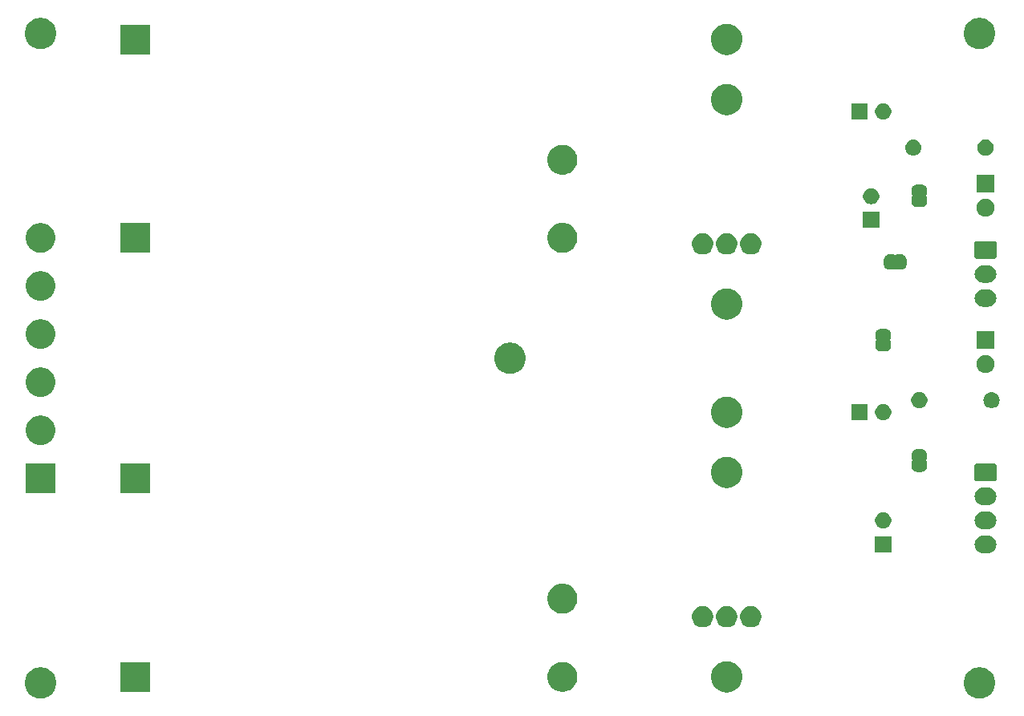
<source format=gbr>
G04 #@! TF.GenerationSoftware,KiCad,Pcbnew,(5.1.2)-1*
G04 #@! TF.CreationDate,2020-09-23T15:34:57+02:00*
G04 #@! TF.ProjectId,PSU_220vac_9vdc,5053555f-3232-4307-9661-635f39766463,rev?*
G04 #@! TF.SameCoordinates,Original*
G04 #@! TF.FileFunction,Soldermask,Top*
G04 #@! TF.FilePolarity,Negative*
%FSLAX46Y46*%
G04 Gerber Fmt 4.6, Leading zero omitted, Abs format (unit mm)*
G04 Created by KiCad (PCBNEW (5.1.2)-1) date 2020-09-23 15:34:57*
%MOMM*%
%LPD*%
G04 APERTURE LIST*
%ADD10C,0.100000*%
G04 APERTURE END LIST*
D10*
G36*
X126740256Y-117136298D02*
G01*
X126846579Y-117157447D01*
X127147042Y-117281903D01*
X127417451Y-117462585D01*
X127647415Y-117692549D01*
X127828097Y-117962958D01*
X127952553Y-118263421D01*
X128016000Y-118582391D01*
X128016000Y-118907609D01*
X127952553Y-119226579D01*
X127828097Y-119527042D01*
X127647415Y-119797451D01*
X127417451Y-120027415D01*
X127147042Y-120208097D01*
X126846579Y-120332553D01*
X126740256Y-120353702D01*
X126527611Y-120396000D01*
X126202389Y-120396000D01*
X125989744Y-120353702D01*
X125883421Y-120332553D01*
X125582958Y-120208097D01*
X125312549Y-120027415D01*
X125082585Y-119797451D01*
X124901903Y-119527042D01*
X124777447Y-119226579D01*
X124714000Y-118907609D01*
X124714000Y-118582391D01*
X124777447Y-118263421D01*
X124901903Y-117962958D01*
X125082585Y-117692549D01*
X125312549Y-117462585D01*
X125582958Y-117281903D01*
X125883421Y-117157447D01*
X125989744Y-117136298D01*
X126202389Y-117094000D01*
X126527611Y-117094000D01*
X126740256Y-117136298D01*
X126740256Y-117136298D01*
G37*
G36*
X27680256Y-117136298D02*
G01*
X27786579Y-117157447D01*
X28087042Y-117281903D01*
X28357451Y-117462585D01*
X28587415Y-117692549D01*
X28768097Y-117962958D01*
X28892553Y-118263421D01*
X28956000Y-118582391D01*
X28956000Y-118907609D01*
X28892553Y-119226579D01*
X28768097Y-119527042D01*
X28587415Y-119797451D01*
X28357451Y-120027415D01*
X28087042Y-120208097D01*
X27786579Y-120332553D01*
X27680256Y-120353702D01*
X27467611Y-120396000D01*
X27142389Y-120396000D01*
X26929744Y-120353702D01*
X26823421Y-120332553D01*
X26522958Y-120208097D01*
X26252549Y-120027415D01*
X26022585Y-119797451D01*
X25841903Y-119527042D01*
X25717447Y-119226579D01*
X25654000Y-118907609D01*
X25654000Y-118582391D01*
X25717447Y-118263421D01*
X25841903Y-117962958D01*
X26022585Y-117692549D01*
X26252549Y-117462585D01*
X26522958Y-117281903D01*
X26823421Y-117157447D01*
X26929744Y-117136298D01*
X27142389Y-117094000D01*
X27467611Y-117094000D01*
X27680256Y-117136298D01*
X27680256Y-117136298D01*
G37*
G36*
X100017133Y-116490527D02*
G01*
X100176637Y-116522255D01*
X100264651Y-116558711D01*
X100477136Y-116646725D01*
X100747578Y-116827429D01*
X100977571Y-117057422D01*
X101158275Y-117327864D01*
X101246289Y-117540349D01*
X101282745Y-117628363D01*
X101346200Y-117947371D01*
X101346200Y-118272629D01*
X101284585Y-118582389D01*
X101282745Y-118591636D01*
X101158275Y-118892136D01*
X100977571Y-119162578D01*
X100747578Y-119392571D01*
X100477136Y-119573275D01*
X100264651Y-119661289D01*
X100176637Y-119697745D01*
X100017133Y-119729472D01*
X99857630Y-119761200D01*
X99532370Y-119761200D01*
X99372867Y-119729472D01*
X99213363Y-119697745D01*
X99125349Y-119661289D01*
X98912864Y-119573275D01*
X98642422Y-119392571D01*
X98412429Y-119162578D01*
X98231725Y-118892136D01*
X98107255Y-118591636D01*
X98105416Y-118582389D01*
X98043800Y-118272629D01*
X98043800Y-117947371D01*
X98107255Y-117628363D01*
X98143711Y-117540349D01*
X98231725Y-117327864D01*
X98412429Y-117057422D01*
X98642422Y-116827429D01*
X98912864Y-116646725D01*
X99125349Y-116558711D01*
X99213363Y-116522255D01*
X99372867Y-116490527D01*
X99532370Y-116458800D01*
X99857630Y-116458800D01*
X100017133Y-116490527D01*
X100017133Y-116490527D01*
G37*
G36*
X82818912Y-116595526D02*
G01*
X82937638Y-116644704D01*
X83105542Y-116714252D01*
X83105543Y-116714253D01*
X83363505Y-116886617D01*
X83582884Y-117105996D01*
X83617262Y-117157447D01*
X83755249Y-117363959D01*
X83796101Y-117462585D01*
X83873975Y-117650589D01*
X83934501Y-117954876D01*
X83934501Y-118265124D01*
X83873975Y-118569411D01*
X83824797Y-118688137D01*
X83755249Y-118856041D01*
X83755248Y-118856042D01*
X83582884Y-119114004D01*
X83363505Y-119333383D01*
X83191140Y-119448553D01*
X83105542Y-119505748D01*
X82942519Y-119573274D01*
X82818912Y-119624474D01*
X82666768Y-119654737D01*
X82514626Y-119685000D01*
X82204376Y-119685000D01*
X82052234Y-119654737D01*
X81900090Y-119624474D01*
X81776483Y-119573274D01*
X81613460Y-119505748D01*
X81527862Y-119448553D01*
X81355497Y-119333383D01*
X81136118Y-119114004D01*
X80963754Y-118856042D01*
X80963753Y-118856041D01*
X80894205Y-118688137D01*
X80845027Y-118569411D01*
X80784501Y-118265124D01*
X80784501Y-117954876D01*
X80845027Y-117650589D01*
X80922901Y-117462585D01*
X80963753Y-117363959D01*
X81101740Y-117157447D01*
X81136118Y-117105996D01*
X81355497Y-116886617D01*
X81613459Y-116714253D01*
X81613460Y-116714252D01*
X81781364Y-116644704D01*
X81900090Y-116595526D01*
X82204376Y-116535000D01*
X82514626Y-116535000D01*
X82818912Y-116595526D01*
X82818912Y-116595526D01*
G37*
G36*
X38849501Y-119685000D02*
G01*
X35699501Y-119685000D01*
X35699501Y-116535000D01*
X38849501Y-116535000D01*
X38849501Y-119685000D01*
X38849501Y-119685000D01*
G37*
G36*
X102455550Y-110651222D02*
G01*
X102564755Y-110672944D01*
X102770493Y-110758164D01*
X102955652Y-110881883D01*
X103113117Y-111039348D01*
X103139199Y-111078383D01*
X103236837Y-111224509D01*
X103261796Y-111284766D01*
X103322056Y-111430245D01*
X103365500Y-111648655D01*
X103365500Y-111871345D01*
X103322056Y-112089755D01*
X103236836Y-112295493D01*
X103113117Y-112480652D01*
X102955652Y-112638117D01*
X102770493Y-112761836D01*
X102564755Y-112847056D01*
X102455550Y-112868778D01*
X102346346Y-112890500D01*
X102123654Y-112890500D01*
X102014450Y-112868778D01*
X101905245Y-112847056D01*
X101699507Y-112761836D01*
X101514348Y-112638117D01*
X101356883Y-112480652D01*
X101233164Y-112295493D01*
X101147944Y-112089755D01*
X101104500Y-111871345D01*
X101104500Y-111648655D01*
X101147944Y-111430245D01*
X101208204Y-111284766D01*
X101233163Y-111224509D01*
X101330801Y-111078383D01*
X101356883Y-111039348D01*
X101514348Y-110881883D01*
X101699507Y-110758164D01*
X101905245Y-110672944D01*
X102014450Y-110651222D01*
X102123654Y-110629500D01*
X102346346Y-110629500D01*
X102455550Y-110651222D01*
X102455550Y-110651222D01*
G37*
G36*
X99915550Y-110651222D02*
G01*
X100024755Y-110672944D01*
X100230493Y-110758164D01*
X100415652Y-110881883D01*
X100573117Y-111039348D01*
X100599199Y-111078383D01*
X100696837Y-111224509D01*
X100721796Y-111284766D01*
X100782056Y-111430245D01*
X100825500Y-111648655D01*
X100825500Y-111871345D01*
X100782056Y-112089755D01*
X100696836Y-112295493D01*
X100573117Y-112480652D01*
X100415652Y-112638117D01*
X100230493Y-112761836D01*
X100024755Y-112847056D01*
X99915550Y-112868778D01*
X99806346Y-112890500D01*
X99583654Y-112890500D01*
X99474450Y-112868778D01*
X99365245Y-112847056D01*
X99159507Y-112761836D01*
X98974348Y-112638117D01*
X98816883Y-112480652D01*
X98693164Y-112295493D01*
X98607944Y-112089755D01*
X98564500Y-111871345D01*
X98564500Y-111648655D01*
X98607944Y-111430245D01*
X98668204Y-111284766D01*
X98693163Y-111224509D01*
X98790801Y-111078383D01*
X98816883Y-111039348D01*
X98974348Y-110881883D01*
X99159507Y-110758164D01*
X99365245Y-110672944D01*
X99474450Y-110651222D01*
X99583654Y-110629500D01*
X99806346Y-110629500D01*
X99915550Y-110651222D01*
X99915550Y-110651222D01*
G37*
G36*
X97375550Y-110651222D02*
G01*
X97484755Y-110672944D01*
X97690493Y-110758164D01*
X97875652Y-110881883D01*
X98033117Y-111039348D01*
X98059199Y-111078383D01*
X98156837Y-111224509D01*
X98181796Y-111284766D01*
X98242056Y-111430245D01*
X98285500Y-111648655D01*
X98285500Y-111871345D01*
X98242056Y-112089755D01*
X98156836Y-112295493D01*
X98033117Y-112480652D01*
X97875652Y-112638117D01*
X97690493Y-112761836D01*
X97484755Y-112847056D01*
X97375550Y-112868778D01*
X97266346Y-112890500D01*
X97043654Y-112890500D01*
X96934450Y-112868778D01*
X96825245Y-112847056D01*
X96619507Y-112761836D01*
X96434348Y-112638117D01*
X96276883Y-112480652D01*
X96153164Y-112295493D01*
X96067944Y-112089755D01*
X96024500Y-111871345D01*
X96024500Y-111648655D01*
X96067944Y-111430245D01*
X96128204Y-111284766D01*
X96153163Y-111224509D01*
X96250801Y-111078383D01*
X96276883Y-111039348D01*
X96434348Y-110881883D01*
X96619507Y-110758164D01*
X96825245Y-110672944D01*
X96934450Y-110651222D01*
X97043654Y-110629500D01*
X97266346Y-110629500D01*
X97375550Y-110651222D01*
X97375550Y-110651222D01*
G37*
G36*
X82666768Y-108310263D02*
G01*
X82818912Y-108340526D01*
X82937638Y-108389704D01*
X83105542Y-108459252D01*
X83105543Y-108459253D01*
X83363505Y-108631617D01*
X83582884Y-108850996D01*
X83698054Y-109023361D01*
X83755249Y-109108959D01*
X83873975Y-109395590D01*
X83934501Y-109699875D01*
X83934501Y-110010125D01*
X83873975Y-110314410D01*
X83755249Y-110601041D01*
X83755248Y-110601042D01*
X83582884Y-110859004D01*
X83363505Y-111078383D01*
X83191140Y-111193553D01*
X83105542Y-111250748D01*
X82937638Y-111320296D01*
X82818912Y-111369474D01*
X82514626Y-111430000D01*
X82204376Y-111430000D01*
X81900090Y-111369474D01*
X81781364Y-111320296D01*
X81613460Y-111250748D01*
X81527862Y-111193553D01*
X81355497Y-111078383D01*
X81136118Y-110859004D01*
X80963754Y-110601042D01*
X80963753Y-110601041D01*
X80845027Y-110314410D01*
X80784501Y-110010125D01*
X80784501Y-109699875D01*
X80845027Y-109395590D01*
X80963753Y-109108959D01*
X81020948Y-109023361D01*
X81136118Y-108850996D01*
X81355497Y-108631617D01*
X81613459Y-108459253D01*
X81613460Y-108459252D01*
X81781364Y-108389704D01*
X81900090Y-108340526D01*
X82052234Y-108310263D01*
X82204376Y-108280000D01*
X82514626Y-108280000D01*
X82666768Y-108310263D01*
X82666768Y-108310263D01*
G37*
G36*
X127320345Y-103223442D02*
G01*
X127410548Y-103232326D01*
X127584157Y-103284990D01*
X127744156Y-103370511D01*
X127787729Y-103406271D01*
X127884397Y-103485603D01*
X127963729Y-103582271D01*
X127999489Y-103625844D01*
X128085010Y-103785843D01*
X128137674Y-103959452D01*
X128155456Y-104140000D01*
X128137674Y-104320548D01*
X128085010Y-104494157D01*
X127999489Y-104654156D01*
X127963729Y-104697729D01*
X127884397Y-104794397D01*
X127787729Y-104873729D01*
X127744156Y-104909489D01*
X127584157Y-104995010D01*
X127410548Y-105047674D01*
X127320345Y-105056558D01*
X127275245Y-105061000D01*
X126724755Y-105061000D01*
X126679655Y-105056558D01*
X126589452Y-105047674D01*
X126415843Y-104995010D01*
X126255844Y-104909489D01*
X126212271Y-104873729D01*
X126115603Y-104794397D01*
X126036271Y-104697729D01*
X126000511Y-104654156D01*
X125914990Y-104494157D01*
X125862326Y-104320548D01*
X125844544Y-104140000D01*
X125862326Y-103959452D01*
X125914990Y-103785843D01*
X126000511Y-103625844D01*
X126036271Y-103582271D01*
X126115603Y-103485603D01*
X126212271Y-103406271D01*
X126255844Y-103370511D01*
X126415843Y-103284990D01*
X126589452Y-103232326D01*
X126679655Y-103223442D01*
X126724755Y-103219000D01*
X127275245Y-103219000D01*
X127320345Y-103223442D01*
X127320345Y-103223442D01*
G37*
G36*
X117056000Y-104951000D02*
G01*
X115354000Y-104951000D01*
X115354000Y-103249000D01*
X117056000Y-103249000D01*
X117056000Y-104951000D01*
X117056000Y-104951000D01*
G37*
G36*
X127320345Y-100683442D02*
G01*
X127410548Y-100692326D01*
X127584157Y-100744990D01*
X127744156Y-100830511D01*
X127762850Y-100845853D01*
X127884397Y-100945603D01*
X127963729Y-101042271D01*
X127999489Y-101085844D01*
X128085010Y-101245843D01*
X128137674Y-101419452D01*
X128155456Y-101600000D01*
X128137674Y-101780548D01*
X128085010Y-101954157D01*
X127999489Y-102114156D01*
X127976244Y-102142480D01*
X127884397Y-102254397D01*
X127787729Y-102333729D01*
X127744156Y-102369489D01*
X127584157Y-102455010D01*
X127410548Y-102507674D01*
X127320345Y-102516558D01*
X127275245Y-102521000D01*
X126724755Y-102521000D01*
X126679655Y-102516558D01*
X126589452Y-102507674D01*
X126415843Y-102455010D01*
X126255844Y-102369489D01*
X126212271Y-102333729D01*
X126115603Y-102254397D01*
X126023756Y-102142480D01*
X126000511Y-102114156D01*
X125914990Y-101954157D01*
X125862326Y-101780548D01*
X125844544Y-101600000D01*
X125862326Y-101419452D01*
X125914990Y-101245843D01*
X126000511Y-101085844D01*
X126036271Y-101042271D01*
X126115603Y-100945603D01*
X126237150Y-100845853D01*
X126255844Y-100830511D01*
X126415843Y-100744990D01*
X126589452Y-100692326D01*
X126679655Y-100683442D01*
X126724755Y-100679000D01*
X127275245Y-100679000D01*
X127320345Y-100683442D01*
X127320345Y-100683442D01*
G37*
G36*
X116453228Y-100781703D02*
G01*
X116608100Y-100845853D01*
X116747481Y-100938985D01*
X116866015Y-101057519D01*
X116959147Y-101196900D01*
X117023297Y-101351772D01*
X117056000Y-101516184D01*
X117056000Y-101683816D01*
X117023297Y-101848228D01*
X116959147Y-102003100D01*
X116866015Y-102142481D01*
X116747481Y-102261015D01*
X116608100Y-102354147D01*
X116453228Y-102418297D01*
X116288816Y-102451000D01*
X116121184Y-102451000D01*
X115956772Y-102418297D01*
X115801900Y-102354147D01*
X115662519Y-102261015D01*
X115543985Y-102142481D01*
X115450853Y-102003100D01*
X115386703Y-101848228D01*
X115354000Y-101683816D01*
X115354000Y-101516184D01*
X115386703Y-101351772D01*
X115450853Y-101196900D01*
X115543985Y-101057519D01*
X115662519Y-100938985D01*
X115801900Y-100845853D01*
X115956772Y-100781703D01*
X116121184Y-100749000D01*
X116288816Y-100749000D01*
X116453228Y-100781703D01*
X116453228Y-100781703D01*
G37*
G36*
X127320345Y-98143442D02*
G01*
X127410548Y-98152326D01*
X127584157Y-98204990D01*
X127744156Y-98290511D01*
X127787729Y-98326271D01*
X127884397Y-98405603D01*
X127963729Y-98502271D01*
X127999489Y-98545844D01*
X128085010Y-98705843D01*
X128137674Y-98879452D01*
X128155456Y-99060000D01*
X128137674Y-99240548D01*
X128085010Y-99414157D01*
X127999489Y-99574156D01*
X127963729Y-99617729D01*
X127884397Y-99714397D01*
X127787729Y-99793729D01*
X127744156Y-99829489D01*
X127584157Y-99915010D01*
X127410548Y-99967674D01*
X127320345Y-99976558D01*
X127275245Y-99981000D01*
X126724755Y-99981000D01*
X126679655Y-99976558D01*
X126589452Y-99967674D01*
X126415843Y-99915010D01*
X126255844Y-99829489D01*
X126212271Y-99793729D01*
X126115603Y-99714397D01*
X126036271Y-99617729D01*
X126000511Y-99574156D01*
X125914990Y-99414157D01*
X125862326Y-99240548D01*
X125844544Y-99060000D01*
X125862326Y-98879452D01*
X125914990Y-98705843D01*
X126000511Y-98545844D01*
X126036271Y-98502271D01*
X126115603Y-98405603D01*
X126212271Y-98326271D01*
X126255844Y-98290511D01*
X126415843Y-98204990D01*
X126589452Y-98152326D01*
X126679655Y-98143442D01*
X126724755Y-98139000D01*
X127275245Y-98139000D01*
X127320345Y-98143442D01*
X127320345Y-98143442D01*
G37*
G36*
X38849501Y-98730000D02*
G01*
X35699501Y-98730000D01*
X35699501Y-95580000D01*
X38849501Y-95580000D01*
X38849501Y-98730000D01*
X38849501Y-98730000D01*
G37*
G36*
X28856000Y-98706000D02*
G01*
X25754000Y-98706000D01*
X25754000Y-95604000D01*
X28856000Y-95604000D01*
X28856000Y-98706000D01*
X28856000Y-98706000D01*
G37*
G36*
X100017133Y-94900528D02*
G01*
X100176637Y-94932255D01*
X100264651Y-94968711D01*
X100477136Y-95056725D01*
X100747578Y-95237429D01*
X100977571Y-95467422D01*
X101158275Y-95737864D01*
X101176023Y-95780713D01*
X101251947Y-95964009D01*
X101282745Y-96038364D01*
X101346200Y-96357370D01*
X101346200Y-96682630D01*
X101282745Y-97001636D01*
X101158275Y-97302136D01*
X100977571Y-97572578D01*
X100747578Y-97802571D01*
X100477136Y-97983275D01*
X100264651Y-98071289D01*
X100176637Y-98107745D01*
X100019508Y-98139000D01*
X99857630Y-98171200D01*
X99532370Y-98171200D01*
X99370492Y-98139000D01*
X99213363Y-98107745D01*
X99125349Y-98071289D01*
X98912864Y-97983275D01*
X98642422Y-97802571D01*
X98412429Y-97572578D01*
X98231725Y-97302136D01*
X98107255Y-97001636D01*
X98043800Y-96682630D01*
X98043800Y-96357370D01*
X98107255Y-96038364D01*
X98138054Y-95964009D01*
X98213977Y-95780713D01*
X98231725Y-95737864D01*
X98412429Y-95467422D01*
X98642422Y-95237429D01*
X98912864Y-95056725D01*
X99125349Y-94968711D01*
X99213363Y-94932255D01*
X99372867Y-94900528D01*
X99532370Y-94868800D01*
X99857630Y-94868800D01*
X100017133Y-94900528D01*
X100017133Y-94900528D01*
G37*
G36*
X128009561Y-95602966D02*
G01*
X128042383Y-95612923D01*
X128072632Y-95629092D01*
X128099148Y-95650852D01*
X128120908Y-95677368D01*
X128137077Y-95707617D01*
X128147034Y-95740439D01*
X128151000Y-95780713D01*
X128151000Y-97259287D01*
X128147034Y-97299561D01*
X128137077Y-97332383D01*
X128120908Y-97362632D01*
X128099148Y-97389148D01*
X128072632Y-97410908D01*
X128042383Y-97427077D01*
X128009561Y-97437034D01*
X127969287Y-97441000D01*
X126030713Y-97441000D01*
X125990439Y-97437034D01*
X125957617Y-97427077D01*
X125927368Y-97410908D01*
X125900852Y-97389148D01*
X125879092Y-97362632D01*
X125862923Y-97332383D01*
X125852966Y-97299561D01*
X125849000Y-97259287D01*
X125849000Y-95780713D01*
X125852966Y-95740439D01*
X125862923Y-95707617D01*
X125879092Y-95677368D01*
X125900852Y-95650852D01*
X125927368Y-95629092D01*
X125957617Y-95612923D01*
X125990439Y-95602966D01*
X126030713Y-95599000D01*
X127969287Y-95599000D01*
X128009561Y-95602966D01*
X128009561Y-95602966D01*
G37*
G36*
X120277199Y-94064954D02*
G01*
X120289450Y-94065556D01*
X120307869Y-94065556D01*
X120330149Y-94067750D01*
X120414233Y-94084476D01*
X120435660Y-94090976D01*
X120514858Y-94123780D01*
X120520303Y-94126691D01*
X120520309Y-94126693D01*
X120529169Y-94131429D01*
X120529173Y-94131432D01*
X120534614Y-94134340D01*
X120605899Y-94181971D01*
X120623204Y-94196172D01*
X120683828Y-94256796D01*
X120698029Y-94274101D01*
X120745660Y-94345386D01*
X120748568Y-94350827D01*
X120748571Y-94350831D01*
X120753307Y-94359691D01*
X120753309Y-94359697D01*
X120756220Y-94365142D01*
X120789024Y-94444340D01*
X120795524Y-94465767D01*
X120812250Y-94549851D01*
X120814444Y-94572131D01*
X120814444Y-94590550D01*
X120815046Y-94602801D01*
X120816852Y-94621139D01*
X120816852Y-95108860D01*
X120815263Y-95124999D01*
X120812348Y-95134608D01*
X120807610Y-95143472D01*
X120801237Y-95151237D01*
X120788794Y-95161448D01*
X120778425Y-95168378D01*
X120761098Y-95185705D01*
X120747485Y-95206080D01*
X120738109Y-95228720D01*
X120733329Y-95252753D01*
X120733330Y-95277257D01*
X120738112Y-95301290D01*
X120747490Y-95323929D01*
X120761105Y-95344302D01*
X120778432Y-95361629D01*
X120788802Y-95368558D01*
X120801237Y-95378763D01*
X120807610Y-95386528D01*
X120812348Y-95395392D01*
X120815263Y-95405001D01*
X120816852Y-95421140D01*
X120816852Y-95908862D01*
X120815046Y-95927199D01*
X120814444Y-95939450D01*
X120814444Y-95957869D01*
X120812250Y-95980149D01*
X120795524Y-96064233D01*
X120789024Y-96085660D01*
X120756220Y-96164858D01*
X120753309Y-96170303D01*
X120753307Y-96170309D01*
X120748571Y-96179169D01*
X120748568Y-96179173D01*
X120745660Y-96184614D01*
X120698029Y-96255899D01*
X120683828Y-96273204D01*
X120623204Y-96333828D01*
X120605899Y-96348029D01*
X120534614Y-96395660D01*
X120529173Y-96398568D01*
X120529169Y-96398571D01*
X120520309Y-96403307D01*
X120520303Y-96403309D01*
X120514858Y-96406220D01*
X120435660Y-96439024D01*
X120414233Y-96445524D01*
X120330149Y-96462250D01*
X120307869Y-96464444D01*
X120289450Y-96464444D01*
X120277199Y-96465046D01*
X120258862Y-96466852D01*
X119771138Y-96466852D01*
X119752801Y-96465046D01*
X119740550Y-96464444D01*
X119722131Y-96464444D01*
X119699851Y-96462250D01*
X119615767Y-96445524D01*
X119594340Y-96439024D01*
X119515142Y-96406220D01*
X119509697Y-96403309D01*
X119509691Y-96403307D01*
X119500831Y-96398571D01*
X119500827Y-96398568D01*
X119495386Y-96395660D01*
X119424101Y-96348029D01*
X119406796Y-96333828D01*
X119346172Y-96273204D01*
X119331971Y-96255899D01*
X119284340Y-96184614D01*
X119281432Y-96179173D01*
X119281429Y-96179169D01*
X119276693Y-96170309D01*
X119276691Y-96170303D01*
X119273780Y-96164858D01*
X119240976Y-96085660D01*
X119234476Y-96064233D01*
X119217750Y-95980149D01*
X119215556Y-95957869D01*
X119215556Y-95939450D01*
X119214954Y-95927199D01*
X119213148Y-95908862D01*
X119213148Y-95421140D01*
X119214737Y-95405001D01*
X119217652Y-95395392D01*
X119222390Y-95386528D01*
X119228763Y-95378763D01*
X119241206Y-95368552D01*
X119251575Y-95361622D01*
X119268902Y-95344295D01*
X119282515Y-95323920D01*
X119291891Y-95301280D01*
X119296671Y-95277247D01*
X119296670Y-95252743D01*
X119291888Y-95228710D01*
X119282510Y-95206071D01*
X119268895Y-95185698D01*
X119251568Y-95168371D01*
X119241198Y-95161442D01*
X119228763Y-95151237D01*
X119222390Y-95143472D01*
X119217652Y-95134608D01*
X119214737Y-95124999D01*
X119213148Y-95108860D01*
X119213148Y-94621139D01*
X119214954Y-94602801D01*
X119215556Y-94590550D01*
X119215556Y-94572131D01*
X119217750Y-94549851D01*
X119234476Y-94465767D01*
X119240976Y-94444340D01*
X119273780Y-94365142D01*
X119276691Y-94359697D01*
X119276693Y-94359691D01*
X119281429Y-94350831D01*
X119281432Y-94350827D01*
X119284340Y-94345386D01*
X119331971Y-94274101D01*
X119346172Y-94256796D01*
X119406796Y-94196172D01*
X119424101Y-94181971D01*
X119495386Y-94134340D01*
X119500827Y-94131432D01*
X119500831Y-94131429D01*
X119509691Y-94126693D01*
X119509697Y-94126691D01*
X119515142Y-94123780D01*
X119594340Y-94090976D01*
X119615767Y-94084476D01*
X119699851Y-94067750D01*
X119722131Y-94065556D01*
X119740550Y-94065556D01*
X119752801Y-94064954D01*
X119771139Y-94063148D01*
X120258861Y-94063148D01*
X120277199Y-94064954D01*
X120277199Y-94064954D01*
G37*
G36*
X27607585Y-90553802D02*
G01*
X27757410Y-90583604D01*
X28039674Y-90700521D01*
X28293705Y-90870259D01*
X28509741Y-91086295D01*
X28679479Y-91340326D01*
X28796396Y-91622590D01*
X28856000Y-91922240D01*
X28856000Y-92227760D01*
X28796396Y-92527410D01*
X28679479Y-92809674D01*
X28509741Y-93063705D01*
X28293705Y-93279741D01*
X28039674Y-93449479D01*
X27757410Y-93566396D01*
X27607585Y-93596198D01*
X27457761Y-93626000D01*
X27152239Y-93626000D01*
X27002415Y-93596198D01*
X26852590Y-93566396D01*
X26570326Y-93449479D01*
X26316295Y-93279741D01*
X26100259Y-93063705D01*
X25930521Y-92809674D01*
X25813604Y-92527410D01*
X25754000Y-92227760D01*
X25754000Y-91922240D01*
X25813604Y-91622590D01*
X25930521Y-91340326D01*
X26100259Y-91086295D01*
X26316295Y-90870259D01*
X26570326Y-90700521D01*
X26852590Y-90583604D01*
X27002415Y-90553802D01*
X27152239Y-90524000D01*
X27457761Y-90524000D01*
X27607585Y-90553802D01*
X27607585Y-90553802D01*
G37*
G36*
X99994372Y-88546000D02*
G01*
X100176637Y-88582255D01*
X100264651Y-88618711D01*
X100477136Y-88706725D01*
X100747578Y-88887429D01*
X100977571Y-89117422D01*
X101158275Y-89387864D01*
X101208444Y-89508985D01*
X101282745Y-89688363D01*
X101346200Y-90007371D01*
X101346200Y-90332629D01*
X101282745Y-90651637D01*
X101246289Y-90739651D01*
X101158275Y-90952136D01*
X100977571Y-91222578D01*
X100747578Y-91452571D01*
X100477136Y-91633275D01*
X100264651Y-91721289D01*
X100176637Y-91757745D01*
X100017133Y-91789473D01*
X99857630Y-91821200D01*
X99532370Y-91821200D01*
X99372867Y-91789473D01*
X99213363Y-91757745D01*
X99125349Y-91721289D01*
X98912864Y-91633275D01*
X98642422Y-91452571D01*
X98412429Y-91222578D01*
X98231725Y-90952136D01*
X98143711Y-90739651D01*
X98107255Y-90651637D01*
X98043800Y-90332629D01*
X98043800Y-90007371D01*
X98107255Y-89688363D01*
X98181556Y-89508985D01*
X98231725Y-89387864D01*
X98412429Y-89117422D01*
X98642422Y-88887429D01*
X98912864Y-88706725D01*
X99125349Y-88618711D01*
X99213363Y-88582255D01*
X99395628Y-88546000D01*
X99532370Y-88518800D01*
X99857630Y-88518800D01*
X99994372Y-88546000D01*
X99994372Y-88546000D01*
G37*
G36*
X114556000Y-91021000D02*
G01*
X112854000Y-91021000D01*
X112854000Y-89319000D01*
X114556000Y-89319000D01*
X114556000Y-91021000D01*
X114556000Y-91021000D01*
G37*
G36*
X116453228Y-89351703D02*
G01*
X116608100Y-89415853D01*
X116747481Y-89508985D01*
X116866015Y-89627519D01*
X116959147Y-89766900D01*
X117023297Y-89921772D01*
X117056000Y-90086184D01*
X117056000Y-90253816D01*
X117023297Y-90418228D01*
X116959147Y-90573100D01*
X116866015Y-90712481D01*
X116747481Y-90831015D01*
X116608100Y-90924147D01*
X116453228Y-90988297D01*
X116288816Y-91021000D01*
X116121184Y-91021000D01*
X115956772Y-90988297D01*
X115801900Y-90924147D01*
X115662519Y-90831015D01*
X115543985Y-90712481D01*
X115450853Y-90573100D01*
X115386703Y-90418228D01*
X115354000Y-90253816D01*
X115354000Y-90086184D01*
X115386703Y-89921772D01*
X115450853Y-89766900D01*
X115543985Y-89627519D01*
X115662519Y-89508985D01*
X115801900Y-89415853D01*
X115956772Y-89351703D01*
X116121184Y-89319000D01*
X116288816Y-89319000D01*
X116453228Y-89351703D01*
X116453228Y-89351703D01*
G37*
G36*
X127801823Y-88061313D02*
G01*
X127962242Y-88109976D01*
X128029361Y-88145852D01*
X128110078Y-88188996D01*
X128239659Y-88295341D01*
X128346004Y-88424922D01*
X128346005Y-88424924D01*
X128425024Y-88572758D01*
X128473687Y-88733177D01*
X128490117Y-88900000D01*
X128473687Y-89066823D01*
X128425024Y-89227242D01*
X128384477Y-89303100D01*
X128346004Y-89375078D01*
X128239659Y-89504659D01*
X128110078Y-89611004D01*
X128110076Y-89611005D01*
X127962242Y-89690024D01*
X127801823Y-89738687D01*
X127676804Y-89751000D01*
X127593196Y-89751000D01*
X127468177Y-89738687D01*
X127307758Y-89690024D01*
X127159924Y-89611005D01*
X127159922Y-89611004D01*
X127030341Y-89504659D01*
X126923996Y-89375078D01*
X126885523Y-89303100D01*
X126844976Y-89227242D01*
X126796313Y-89066823D01*
X126779883Y-88900000D01*
X126796313Y-88733177D01*
X126844976Y-88572758D01*
X126923995Y-88424924D01*
X126923996Y-88424922D01*
X127030341Y-88295341D01*
X127159922Y-88188996D01*
X127240639Y-88145852D01*
X127307758Y-88109976D01*
X127468177Y-88061313D01*
X127593196Y-88049000D01*
X127676804Y-88049000D01*
X127801823Y-88061313D01*
X127801823Y-88061313D01*
G37*
G36*
X120263228Y-88081703D02*
G01*
X120418100Y-88145853D01*
X120557481Y-88238985D01*
X120676015Y-88357519D01*
X120769147Y-88496900D01*
X120833297Y-88651772D01*
X120866000Y-88816184D01*
X120866000Y-88983816D01*
X120833297Y-89148228D01*
X120769147Y-89303100D01*
X120676015Y-89442481D01*
X120557481Y-89561015D01*
X120418100Y-89654147D01*
X120263228Y-89718297D01*
X120098816Y-89751000D01*
X119931184Y-89751000D01*
X119766772Y-89718297D01*
X119611900Y-89654147D01*
X119472519Y-89561015D01*
X119353985Y-89442481D01*
X119260853Y-89303100D01*
X119196703Y-89148228D01*
X119164000Y-88983816D01*
X119164000Y-88816184D01*
X119196703Y-88651772D01*
X119260853Y-88496900D01*
X119353985Y-88357519D01*
X119472519Y-88238985D01*
X119611900Y-88145853D01*
X119766772Y-88081703D01*
X119931184Y-88049000D01*
X120098816Y-88049000D01*
X120263228Y-88081703D01*
X120263228Y-88081703D01*
G37*
G36*
X27607585Y-85473802D02*
G01*
X27757410Y-85503604D01*
X28039674Y-85620521D01*
X28293705Y-85790259D01*
X28509741Y-86006295D01*
X28679479Y-86260326D01*
X28796396Y-86542590D01*
X28856000Y-86842240D01*
X28856000Y-87147760D01*
X28796396Y-87447410D01*
X28679479Y-87729674D01*
X28509741Y-87983705D01*
X28293705Y-88199741D01*
X28039674Y-88369479D01*
X27757410Y-88486396D01*
X27607585Y-88516198D01*
X27457761Y-88546000D01*
X27152239Y-88546000D01*
X27002415Y-88516198D01*
X26852590Y-88486396D01*
X26570326Y-88369479D01*
X26316295Y-88199741D01*
X26100259Y-87983705D01*
X25930521Y-87729674D01*
X25813604Y-87447410D01*
X25754000Y-87147760D01*
X25754000Y-86842240D01*
X25813604Y-86542590D01*
X25930521Y-86260326D01*
X26100259Y-86006295D01*
X26316295Y-85790259D01*
X26570326Y-85620521D01*
X26852590Y-85503604D01*
X27002415Y-85473802D01*
X27152239Y-85444000D01*
X27457761Y-85444000D01*
X27607585Y-85473802D01*
X27607585Y-85473802D01*
G37*
G36*
X77210256Y-82846298D02*
G01*
X77316579Y-82867447D01*
X77617042Y-82991903D01*
X77887451Y-83172585D01*
X78117415Y-83402549D01*
X78268802Y-83629115D01*
X78298098Y-83672960D01*
X78319249Y-83724024D01*
X78422553Y-83973421D01*
X78486000Y-84292391D01*
X78486000Y-84617609D01*
X78422553Y-84936579D01*
X78298097Y-85237042D01*
X78117415Y-85507451D01*
X77887451Y-85737415D01*
X77617042Y-85918097D01*
X77617041Y-85918098D01*
X77617040Y-85918098D01*
X77581628Y-85932766D01*
X77316579Y-86042553D01*
X77210256Y-86063702D01*
X76997611Y-86106000D01*
X76672389Y-86106000D01*
X76459744Y-86063702D01*
X76353421Y-86042553D01*
X76088372Y-85932766D01*
X76052960Y-85918098D01*
X76052959Y-85918098D01*
X76052958Y-85918097D01*
X75782549Y-85737415D01*
X75552585Y-85507451D01*
X75371903Y-85237042D01*
X75247447Y-84936579D01*
X75184000Y-84617609D01*
X75184000Y-84292391D01*
X75247447Y-83973421D01*
X75350751Y-83724024D01*
X75371902Y-83672960D01*
X75401198Y-83629115D01*
X75552585Y-83402549D01*
X75782549Y-83172585D01*
X76052958Y-82991903D01*
X76353421Y-82867447D01*
X76459744Y-82846298D01*
X76672389Y-82804000D01*
X76997611Y-82804000D01*
X77210256Y-82846298D01*
X77210256Y-82846298D01*
G37*
G36*
X127277395Y-84175546D02*
G01*
X127450466Y-84247234D01*
X127450467Y-84247235D01*
X127606227Y-84351310D01*
X127738690Y-84483773D01*
X127738691Y-84483775D01*
X127842766Y-84639534D01*
X127914454Y-84812605D01*
X127951000Y-84996333D01*
X127951000Y-85183667D01*
X127914454Y-85367395D01*
X127842766Y-85540466D01*
X127842765Y-85540467D01*
X127738690Y-85696227D01*
X127606227Y-85828690D01*
X127527818Y-85881081D01*
X127450466Y-85932766D01*
X127277395Y-86004454D01*
X127093667Y-86041000D01*
X126906333Y-86041000D01*
X126722605Y-86004454D01*
X126549534Y-85932766D01*
X126472182Y-85881081D01*
X126393773Y-85828690D01*
X126261310Y-85696227D01*
X126157235Y-85540467D01*
X126157234Y-85540466D01*
X126085546Y-85367395D01*
X126049000Y-85183667D01*
X126049000Y-84996333D01*
X126085546Y-84812605D01*
X126157234Y-84639534D01*
X126261309Y-84483775D01*
X126261310Y-84483773D01*
X126393773Y-84351310D01*
X126549533Y-84247235D01*
X126549534Y-84247234D01*
X126722605Y-84175546D01*
X126906333Y-84139000D01*
X127093667Y-84139000D01*
X127277395Y-84175546D01*
X127277395Y-84175546D01*
G37*
G36*
X116467199Y-81349954D02*
G01*
X116479450Y-81350556D01*
X116497869Y-81350556D01*
X116520149Y-81352750D01*
X116604233Y-81369476D01*
X116625660Y-81375976D01*
X116704858Y-81408780D01*
X116710303Y-81411691D01*
X116710309Y-81411693D01*
X116719169Y-81416429D01*
X116719173Y-81416432D01*
X116724614Y-81419340D01*
X116795899Y-81466971D01*
X116813204Y-81481172D01*
X116873828Y-81541796D01*
X116888029Y-81559101D01*
X116935660Y-81630386D01*
X116938568Y-81635827D01*
X116938571Y-81635831D01*
X116943307Y-81644691D01*
X116943309Y-81644697D01*
X116946220Y-81650142D01*
X116979024Y-81729340D01*
X116985524Y-81750767D01*
X117002250Y-81834851D01*
X117004444Y-81857131D01*
X117004444Y-81875550D01*
X117005046Y-81887801D01*
X117006852Y-81906139D01*
X117006852Y-82393860D01*
X117005263Y-82409999D01*
X117002348Y-82419608D01*
X116997610Y-82428472D01*
X116991237Y-82436237D01*
X116978794Y-82446448D01*
X116968425Y-82453378D01*
X116951098Y-82470705D01*
X116937485Y-82491080D01*
X116928109Y-82513720D01*
X116923329Y-82537753D01*
X116923330Y-82562257D01*
X116928112Y-82586290D01*
X116937490Y-82608929D01*
X116951105Y-82629302D01*
X116968432Y-82646629D01*
X116978802Y-82653558D01*
X116991237Y-82663763D01*
X116997610Y-82671528D01*
X117002348Y-82680392D01*
X117005263Y-82690001D01*
X117006852Y-82706140D01*
X117006852Y-83193862D01*
X117005046Y-83212199D01*
X117004444Y-83224450D01*
X117004444Y-83242869D01*
X117002250Y-83265149D01*
X116985524Y-83349233D01*
X116979024Y-83370660D01*
X116946220Y-83449858D01*
X116943309Y-83455303D01*
X116943307Y-83455309D01*
X116938571Y-83464169D01*
X116938568Y-83464173D01*
X116935660Y-83469614D01*
X116888029Y-83540899D01*
X116873828Y-83558204D01*
X116813204Y-83618828D01*
X116795899Y-83633029D01*
X116724614Y-83680660D01*
X116719173Y-83683568D01*
X116719169Y-83683571D01*
X116710309Y-83688307D01*
X116710303Y-83688309D01*
X116704858Y-83691220D01*
X116625660Y-83724024D01*
X116604233Y-83730524D01*
X116520149Y-83747250D01*
X116497869Y-83749444D01*
X116479450Y-83749444D01*
X116467199Y-83750046D01*
X116448862Y-83751852D01*
X115961138Y-83751852D01*
X115942801Y-83750046D01*
X115930550Y-83749444D01*
X115912131Y-83749444D01*
X115889851Y-83747250D01*
X115805767Y-83730524D01*
X115784340Y-83724024D01*
X115705142Y-83691220D01*
X115699697Y-83688309D01*
X115699691Y-83688307D01*
X115690831Y-83683571D01*
X115690827Y-83683568D01*
X115685386Y-83680660D01*
X115614101Y-83633029D01*
X115596796Y-83618828D01*
X115536172Y-83558204D01*
X115521971Y-83540899D01*
X115474340Y-83469614D01*
X115471432Y-83464173D01*
X115471429Y-83464169D01*
X115466693Y-83455309D01*
X115466691Y-83455303D01*
X115463780Y-83449858D01*
X115430976Y-83370660D01*
X115424476Y-83349233D01*
X115407750Y-83265149D01*
X115405556Y-83242869D01*
X115405556Y-83224450D01*
X115404954Y-83212199D01*
X115403148Y-83193862D01*
X115403148Y-82706140D01*
X115404737Y-82690001D01*
X115407652Y-82680392D01*
X115412390Y-82671528D01*
X115418763Y-82663763D01*
X115431206Y-82653552D01*
X115441575Y-82646622D01*
X115458902Y-82629295D01*
X115472515Y-82608920D01*
X115481891Y-82586280D01*
X115486671Y-82562247D01*
X115486670Y-82537743D01*
X115481888Y-82513710D01*
X115472510Y-82491071D01*
X115458895Y-82470698D01*
X115441568Y-82453371D01*
X115431198Y-82446442D01*
X115418763Y-82436237D01*
X115412390Y-82428472D01*
X115407652Y-82419608D01*
X115404737Y-82409999D01*
X115403148Y-82393860D01*
X115403148Y-81906139D01*
X115404954Y-81887801D01*
X115405556Y-81875550D01*
X115405556Y-81857131D01*
X115407750Y-81834851D01*
X115424476Y-81750767D01*
X115430976Y-81729340D01*
X115463780Y-81650142D01*
X115466691Y-81644697D01*
X115466693Y-81644691D01*
X115471429Y-81635831D01*
X115471432Y-81635827D01*
X115474340Y-81630386D01*
X115521971Y-81559101D01*
X115536172Y-81541796D01*
X115596796Y-81481172D01*
X115614101Y-81466971D01*
X115685386Y-81419340D01*
X115690827Y-81416432D01*
X115690831Y-81416429D01*
X115699691Y-81411693D01*
X115699697Y-81411691D01*
X115705142Y-81408780D01*
X115784340Y-81375976D01*
X115805767Y-81369476D01*
X115889851Y-81352750D01*
X115912131Y-81350556D01*
X115930550Y-81350556D01*
X115942801Y-81349954D01*
X115961139Y-81348148D01*
X116448861Y-81348148D01*
X116467199Y-81349954D01*
X116467199Y-81349954D01*
G37*
G36*
X127951000Y-83501000D02*
G01*
X126049000Y-83501000D01*
X126049000Y-81599000D01*
X127951000Y-81599000D01*
X127951000Y-83501000D01*
X127951000Y-83501000D01*
G37*
G36*
X27594504Y-80391200D02*
G01*
X27757410Y-80423604D01*
X28039674Y-80540521D01*
X28293705Y-80710259D01*
X28509741Y-80926295D01*
X28679479Y-81180326D01*
X28796396Y-81462590D01*
X28856000Y-81762240D01*
X28856000Y-82067760D01*
X28796396Y-82367410D01*
X28679479Y-82649674D01*
X28509741Y-82903705D01*
X28293705Y-83119741D01*
X28039674Y-83289479D01*
X27757410Y-83406396D01*
X27607585Y-83436198D01*
X27457761Y-83466000D01*
X27152239Y-83466000D01*
X27002415Y-83436198D01*
X26852590Y-83406396D01*
X26570326Y-83289479D01*
X26316295Y-83119741D01*
X26100259Y-82903705D01*
X25930521Y-82649674D01*
X25813604Y-82367410D01*
X25754000Y-82067760D01*
X25754000Y-81762240D01*
X25813604Y-81462590D01*
X25930521Y-81180326D01*
X26100259Y-80926295D01*
X26316295Y-80710259D01*
X26570326Y-80540521D01*
X26852590Y-80423604D01*
X27015496Y-80391200D01*
X27152239Y-80364000D01*
X27457761Y-80364000D01*
X27594504Y-80391200D01*
X27594504Y-80391200D01*
G37*
G36*
X100017133Y-77120527D02*
G01*
X100176637Y-77152255D01*
X100253276Y-77184000D01*
X100477136Y-77276725D01*
X100747578Y-77457429D01*
X100977571Y-77687422D01*
X101158275Y-77957864D01*
X101192189Y-78039741D01*
X101262497Y-78209479D01*
X101282745Y-78258364D01*
X101346200Y-78577370D01*
X101346200Y-78902630D01*
X101282745Y-79221636D01*
X101158275Y-79522136D01*
X100977571Y-79792578D01*
X100747578Y-80022571D01*
X100477136Y-80203275D01*
X100264651Y-80291289D01*
X100176637Y-80327745D01*
X100017133Y-80359473D01*
X99857630Y-80391200D01*
X99532370Y-80391200D01*
X99372867Y-80359473D01*
X99213363Y-80327745D01*
X99125349Y-80291289D01*
X98912864Y-80203275D01*
X98642422Y-80022571D01*
X98412429Y-79792578D01*
X98231725Y-79522136D01*
X98107255Y-79221636D01*
X98043800Y-78902630D01*
X98043800Y-78577370D01*
X98107255Y-78258364D01*
X98127504Y-78209479D01*
X98197811Y-78039741D01*
X98231725Y-77957864D01*
X98412429Y-77687422D01*
X98642422Y-77457429D01*
X98912864Y-77276725D01*
X99136724Y-77184000D01*
X99213363Y-77152255D01*
X99372867Y-77120527D01*
X99532370Y-77088800D01*
X99857630Y-77088800D01*
X100017133Y-77120527D01*
X100017133Y-77120527D01*
G37*
G36*
X127320345Y-77188442D02*
G01*
X127410548Y-77197326D01*
X127584157Y-77249990D01*
X127744156Y-77335511D01*
X127787729Y-77371271D01*
X127884397Y-77450603D01*
X127963729Y-77547271D01*
X127999489Y-77590844D01*
X128085010Y-77750843D01*
X128137674Y-77924452D01*
X128155456Y-78105000D01*
X128137674Y-78285548D01*
X128085010Y-78459157D01*
X127999489Y-78619156D01*
X127963729Y-78662729D01*
X127884397Y-78759397D01*
X127787729Y-78838729D01*
X127744156Y-78874489D01*
X127584157Y-78960010D01*
X127410548Y-79012674D01*
X127320345Y-79021558D01*
X127275245Y-79026000D01*
X126724755Y-79026000D01*
X126679655Y-79021558D01*
X126589452Y-79012674D01*
X126415843Y-78960010D01*
X126255844Y-78874489D01*
X126212271Y-78838729D01*
X126115603Y-78759397D01*
X126036271Y-78662729D01*
X126000511Y-78619156D01*
X125914990Y-78459157D01*
X125862326Y-78285548D01*
X125844544Y-78105000D01*
X125862326Y-77924452D01*
X125914990Y-77750843D01*
X126000511Y-77590844D01*
X126036271Y-77547271D01*
X126115603Y-77450603D01*
X126212271Y-77371271D01*
X126255844Y-77335511D01*
X126415843Y-77249990D01*
X126589452Y-77197326D01*
X126679655Y-77188442D01*
X126724755Y-77184000D01*
X127275245Y-77184000D01*
X127320345Y-77188442D01*
X127320345Y-77188442D01*
G37*
G36*
X27607585Y-75313802D02*
G01*
X27757410Y-75343604D01*
X28039674Y-75460521D01*
X28293705Y-75630259D01*
X28509741Y-75846295D01*
X28679479Y-76100326D01*
X28796396Y-76382590D01*
X28856000Y-76682240D01*
X28856000Y-76987760D01*
X28796396Y-77287410D01*
X28679479Y-77569674D01*
X28509741Y-77823705D01*
X28293705Y-78039741D01*
X28039674Y-78209479D01*
X27757410Y-78326396D01*
X27607585Y-78356198D01*
X27457761Y-78386000D01*
X27152239Y-78386000D01*
X27002415Y-78356198D01*
X26852590Y-78326396D01*
X26570326Y-78209479D01*
X26316295Y-78039741D01*
X26100259Y-77823705D01*
X25930521Y-77569674D01*
X25813604Y-77287410D01*
X25754000Y-76987760D01*
X25754000Y-76682240D01*
X25813604Y-76382590D01*
X25930521Y-76100326D01*
X26100259Y-75846295D01*
X26316295Y-75630259D01*
X26570326Y-75460521D01*
X26852590Y-75343604D01*
X27002415Y-75313802D01*
X27152239Y-75284000D01*
X27457761Y-75284000D01*
X27607585Y-75313802D01*
X27607585Y-75313802D01*
G37*
G36*
X127320345Y-74648442D02*
G01*
X127410548Y-74657326D01*
X127584157Y-74709990D01*
X127744156Y-74795511D01*
X127787729Y-74831271D01*
X127884397Y-74910603D01*
X127936519Y-74974115D01*
X127999489Y-75050844D01*
X128085010Y-75210843D01*
X128137674Y-75384452D01*
X128155456Y-75565000D01*
X128137674Y-75745548D01*
X128085010Y-75919157D01*
X127999489Y-76079156D01*
X127982115Y-76100326D01*
X127884397Y-76219397D01*
X127787729Y-76298729D01*
X127744156Y-76334489D01*
X127584157Y-76420010D01*
X127410548Y-76472674D01*
X127320345Y-76481558D01*
X127275245Y-76486000D01*
X126724755Y-76486000D01*
X126679655Y-76481558D01*
X126589452Y-76472674D01*
X126415843Y-76420010D01*
X126255844Y-76334489D01*
X126212271Y-76298729D01*
X126115603Y-76219397D01*
X126017885Y-76100326D01*
X126000511Y-76079156D01*
X125914990Y-75919157D01*
X125862326Y-75745548D01*
X125844544Y-75565000D01*
X125862326Y-75384452D01*
X125914990Y-75210843D01*
X126000511Y-75050844D01*
X126063481Y-74974115D01*
X126115603Y-74910603D01*
X126212271Y-74831271D01*
X126255844Y-74795511D01*
X126415843Y-74709990D01*
X126589452Y-74657326D01*
X126679655Y-74648442D01*
X126724755Y-74644000D01*
X127275245Y-74644000D01*
X127320345Y-74648442D01*
X127320345Y-74648442D01*
G37*
G36*
X117334999Y-73494737D02*
G01*
X117344608Y-73497652D01*
X117353472Y-73502390D01*
X117361237Y-73508763D01*
X117371448Y-73521206D01*
X117378378Y-73531575D01*
X117395705Y-73548902D01*
X117416080Y-73562515D01*
X117438720Y-73571891D01*
X117462753Y-73576671D01*
X117487257Y-73576670D01*
X117511290Y-73571888D01*
X117533929Y-73562510D01*
X117554302Y-73548895D01*
X117571629Y-73531568D01*
X117578558Y-73521198D01*
X117588763Y-73508763D01*
X117596528Y-73502390D01*
X117605392Y-73497652D01*
X117615001Y-73494737D01*
X117631140Y-73493148D01*
X118118861Y-73493148D01*
X118137199Y-73494954D01*
X118149450Y-73495556D01*
X118167869Y-73495556D01*
X118190149Y-73497750D01*
X118274233Y-73514476D01*
X118295660Y-73520976D01*
X118374858Y-73553780D01*
X118380303Y-73556691D01*
X118380309Y-73556693D01*
X118389169Y-73561429D01*
X118389173Y-73561432D01*
X118394614Y-73564340D01*
X118465899Y-73611971D01*
X118483204Y-73626172D01*
X118543828Y-73686796D01*
X118558029Y-73704101D01*
X118605660Y-73775386D01*
X118608568Y-73780827D01*
X118608571Y-73780831D01*
X118613307Y-73789691D01*
X118613309Y-73789697D01*
X118616220Y-73795142D01*
X118649024Y-73874340D01*
X118655524Y-73895767D01*
X118672250Y-73979851D01*
X118674444Y-74002131D01*
X118674444Y-74020550D01*
X118675046Y-74032801D01*
X118676852Y-74051139D01*
X118676852Y-74538862D01*
X118675046Y-74557199D01*
X118674444Y-74569450D01*
X118674444Y-74587869D01*
X118672250Y-74610149D01*
X118655524Y-74694233D01*
X118649024Y-74715660D01*
X118616220Y-74794858D01*
X118613309Y-74800303D01*
X118613307Y-74800309D01*
X118608571Y-74809169D01*
X118608568Y-74809173D01*
X118605660Y-74814614D01*
X118558029Y-74885899D01*
X118543828Y-74903204D01*
X118483204Y-74963828D01*
X118465899Y-74978029D01*
X118394614Y-75025660D01*
X118389173Y-75028568D01*
X118389169Y-75028571D01*
X118380309Y-75033307D01*
X118380303Y-75033309D01*
X118374858Y-75036220D01*
X118295660Y-75069024D01*
X118274233Y-75075524D01*
X118190149Y-75092250D01*
X118167869Y-75094444D01*
X118149450Y-75094444D01*
X118137199Y-75095046D01*
X118118862Y-75096852D01*
X117631140Y-75096852D01*
X117615001Y-75095263D01*
X117605392Y-75092348D01*
X117596528Y-75087610D01*
X117588763Y-75081237D01*
X117578552Y-75068794D01*
X117571622Y-75058425D01*
X117554295Y-75041098D01*
X117533920Y-75027485D01*
X117511280Y-75018109D01*
X117487247Y-75013329D01*
X117462743Y-75013330D01*
X117438710Y-75018112D01*
X117416071Y-75027490D01*
X117395698Y-75041105D01*
X117378371Y-75058432D01*
X117371442Y-75068802D01*
X117361237Y-75081237D01*
X117353472Y-75087610D01*
X117344608Y-75092348D01*
X117334999Y-75095263D01*
X117318860Y-75096852D01*
X116831138Y-75096852D01*
X116812801Y-75095046D01*
X116800550Y-75094444D01*
X116782131Y-75094444D01*
X116759851Y-75092250D01*
X116675767Y-75075524D01*
X116654340Y-75069024D01*
X116575142Y-75036220D01*
X116569697Y-75033309D01*
X116569691Y-75033307D01*
X116560831Y-75028571D01*
X116560827Y-75028568D01*
X116555386Y-75025660D01*
X116484101Y-74978029D01*
X116466796Y-74963828D01*
X116406172Y-74903204D01*
X116391971Y-74885899D01*
X116344340Y-74814614D01*
X116341432Y-74809173D01*
X116341429Y-74809169D01*
X116336693Y-74800309D01*
X116336691Y-74800303D01*
X116333780Y-74794858D01*
X116300976Y-74715660D01*
X116294476Y-74694233D01*
X116277750Y-74610149D01*
X116275556Y-74587869D01*
X116275556Y-74569450D01*
X116274954Y-74557199D01*
X116273148Y-74538862D01*
X116273148Y-74051139D01*
X116274954Y-74032801D01*
X116275556Y-74020550D01*
X116275556Y-74002131D01*
X116277750Y-73979851D01*
X116294476Y-73895767D01*
X116300976Y-73874340D01*
X116333780Y-73795142D01*
X116336691Y-73789697D01*
X116336693Y-73789691D01*
X116341429Y-73780831D01*
X116341432Y-73780827D01*
X116344340Y-73775386D01*
X116391971Y-73704101D01*
X116406172Y-73686796D01*
X116466796Y-73626172D01*
X116484101Y-73611971D01*
X116555386Y-73564340D01*
X116560827Y-73561432D01*
X116560831Y-73561429D01*
X116569691Y-73556693D01*
X116569697Y-73556691D01*
X116575142Y-73553780D01*
X116654340Y-73520976D01*
X116675767Y-73514476D01*
X116759851Y-73497750D01*
X116782131Y-73495556D01*
X116800550Y-73495556D01*
X116812801Y-73494954D01*
X116831139Y-73493148D01*
X117318860Y-73493148D01*
X117334999Y-73494737D01*
X117334999Y-73494737D01*
G37*
G36*
X128009561Y-72107966D02*
G01*
X128042383Y-72117923D01*
X128072632Y-72134092D01*
X128099148Y-72155852D01*
X128120908Y-72182368D01*
X128137077Y-72212617D01*
X128147034Y-72245439D01*
X128151000Y-72285713D01*
X128151000Y-73764287D01*
X128147034Y-73804561D01*
X128137077Y-73837383D01*
X128120908Y-73867632D01*
X128099148Y-73894148D01*
X128072632Y-73915908D01*
X128042383Y-73932077D01*
X128009561Y-73942034D01*
X127969287Y-73946000D01*
X126030713Y-73946000D01*
X125990439Y-73942034D01*
X125957617Y-73932077D01*
X125927368Y-73915908D01*
X125900852Y-73894148D01*
X125879092Y-73867632D01*
X125862923Y-73837383D01*
X125852966Y-73804561D01*
X125849000Y-73764287D01*
X125849000Y-72285713D01*
X125852966Y-72245439D01*
X125862923Y-72212617D01*
X125879092Y-72182368D01*
X125900852Y-72155852D01*
X125927368Y-72134092D01*
X125957617Y-72117923D01*
X125990439Y-72107966D01*
X126030713Y-72104000D01*
X127969287Y-72104000D01*
X128009561Y-72107966D01*
X128009561Y-72107966D01*
G37*
G36*
X102455550Y-71281222D02*
G01*
X102564755Y-71302944D01*
X102770493Y-71388164D01*
X102955652Y-71511883D01*
X103113117Y-71669348D01*
X103236836Y-71854507D01*
X103322056Y-72060245D01*
X103336745Y-72134092D01*
X103351329Y-72207409D01*
X103365500Y-72278655D01*
X103365500Y-72501345D01*
X103322056Y-72719755D01*
X103236836Y-72925493D01*
X103113117Y-73110652D01*
X102955652Y-73268117D01*
X102770493Y-73391836D01*
X102564755Y-73477056D01*
X102474775Y-73494954D01*
X102346346Y-73520500D01*
X102123654Y-73520500D01*
X101995225Y-73494954D01*
X101905245Y-73477056D01*
X101699507Y-73391836D01*
X101514348Y-73268117D01*
X101356883Y-73110652D01*
X101233164Y-72925493D01*
X101147944Y-72719755D01*
X101104500Y-72501345D01*
X101104500Y-72278655D01*
X101118672Y-72207409D01*
X101133255Y-72134092D01*
X101147944Y-72060245D01*
X101233164Y-71854507D01*
X101356883Y-71669348D01*
X101514348Y-71511883D01*
X101699507Y-71388164D01*
X101905245Y-71302944D01*
X102014450Y-71281222D01*
X102123654Y-71259500D01*
X102346346Y-71259500D01*
X102455550Y-71281222D01*
X102455550Y-71281222D01*
G37*
G36*
X97375550Y-71281222D02*
G01*
X97484755Y-71302944D01*
X97690493Y-71388164D01*
X97875652Y-71511883D01*
X98033117Y-71669348D01*
X98156836Y-71854507D01*
X98242056Y-72060245D01*
X98256745Y-72134092D01*
X98271329Y-72207409D01*
X98285500Y-72278655D01*
X98285500Y-72501345D01*
X98242056Y-72719755D01*
X98156836Y-72925493D01*
X98033117Y-73110652D01*
X97875652Y-73268117D01*
X97690493Y-73391836D01*
X97484755Y-73477056D01*
X97394775Y-73494954D01*
X97266346Y-73520500D01*
X97043654Y-73520500D01*
X96915225Y-73494954D01*
X96825245Y-73477056D01*
X96619507Y-73391836D01*
X96434348Y-73268117D01*
X96276883Y-73110652D01*
X96153164Y-72925493D01*
X96067944Y-72719755D01*
X96024500Y-72501345D01*
X96024500Y-72278655D01*
X96038672Y-72207409D01*
X96053255Y-72134092D01*
X96067944Y-72060245D01*
X96153164Y-71854507D01*
X96276883Y-71669348D01*
X96434348Y-71511883D01*
X96619507Y-71388164D01*
X96825245Y-71302944D01*
X96934450Y-71281222D01*
X97043654Y-71259500D01*
X97266346Y-71259500D01*
X97375550Y-71281222D01*
X97375550Y-71281222D01*
G37*
G36*
X99915550Y-71281222D02*
G01*
X100024755Y-71302944D01*
X100230493Y-71388164D01*
X100415652Y-71511883D01*
X100573117Y-71669348D01*
X100696836Y-71854507D01*
X100782056Y-72060245D01*
X100796745Y-72134092D01*
X100811329Y-72207409D01*
X100825500Y-72278655D01*
X100825500Y-72501345D01*
X100782056Y-72719755D01*
X100696836Y-72925493D01*
X100573117Y-73110652D01*
X100415652Y-73268117D01*
X100230493Y-73391836D01*
X100024755Y-73477056D01*
X99934775Y-73494954D01*
X99806346Y-73520500D01*
X99583654Y-73520500D01*
X99455225Y-73494954D01*
X99365245Y-73477056D01*
X99159507Y-73391836D01*
X98974348Y-73268117D01*
X98816883Y-73110652D01*
X98693164Y-72925493D01*
X98607944Y-72719755D01*
X98564500Y-72501345D01*
X98564500Y-72278655D01*
X98578672Y-72207409D01*
X98593255Y-72134092D01*
X98607944Y-72060245D01*
X98693164Y-71854507D01*
X98816883Y-71669348D01*
X98974348Y-71511883D01*
X99159507Y-71388164D01*
X99365245Y-71302944D01*
X99474450Y-71281222D01*
X99583654Y-71259500D01*
X99806346Y-71259500D01*
X99915550Y-71281222D01*
X99915550Y-71281222D01*
G37*
G36*
X82635282Y-70204000D02*
G01*
X82818912Y-70240526D01*
X82937638Y-70289704D01*
X83105542Y-70359252D01*
X83105543Y-70359253D01*
X83363505Y-70531617D01*
X83582884Y-70750996D01*
X83698054Y-70923361D01*
X83755249Y-71008959D01*
X83759957Y-71020326D01*
X83873975Y-71295589D01*
X83934501Y-71599876D01*
X83934501Y-71910124D01*
X83873975Y-72214411D01*
X83824797Y-72333137D01*
X83755249Y-72501041D01*
X83755248Y-72501042D01*
X83582884Y-72759004D01*
X83363505Y-72978383D01*
X83191140Y-73093553D01*
X83105542Y-73150748D01*
X82937638Y-73220296D01*
X82818912Y-73269474D01*
X82514626Y-73330000D01*
X82204376Y-73330000D01*
X81900090Y-73269474D01*
X81781364Y-73220296D01*
X81613460Y-73150748D01*
X81527862Y-73093553D01*
X81355497Y-72978383D01*
X81136118Y-72759004D01*
X80963754Y-72501042D01*
X80963753Y-72501041D01*
X80894205Y-72333137D01*
X80845027Y-72214411D01*
X80784501Y-71910124D01*
X80784501Y-71599876D01*
X80845027Y-71295589D01*
X80959045Y-71020326D01*
X80963753Y-71008959D01*
X81020948Y-70923361D01*
X81136118Y-70750996D01*
X81355497Y-70531617D01*
X81613459Y-70359253D01*
X81613460Y-70359252D01*
X81781364Y-70289704D01*
X81900090Y-70240526D01*
X82083720Y-70204000D01*
X82204376Y-70180000D01*
X82514626Y-70180000D01*
X82635282Y-70204000D01*
X82635282Y-70204000D01*
G37*
G36*
X38849501Y-73330000D02*
G01*
X35699501Y-73330000D01*
X35699501Y-70180000D01*
X38849501Y-70180000D01*
X38849501Y-73330000D01*
X38849501Y-73330000D01*
G37*
G36*
X27607585Y-70233802D02*
G01*
X27757410Y-70263604D01*
X28039674Y-70380521D01*
X28293705Y-70550259D01*
X28509741Y-70766295D01*
X28679479Y-71020326D01*
X28796396Y-71302590D01*
X28856000Y-71602240D01*
X28856000Y-71907760D01*
X28796396Y-72207410D01*
X28679479Y-72489674D01*
X28509741Y-72743705D01*
X28293705Y-72959741D01*
X28039674Y-73129479D01*
X27757410Y-73246396D01*
X27648211Y-73268117D01*
X27457761Y-73306000D01*
X27152239Y-73306000D01*
X26961789Y-73268117D01*
X26852590Y-73246396D01*
X26570326Y-73129479D01*
X26316295Y-72959741D01*
X26100259Y-72743705D01*
X25930521Y-72489674D01*
X25813604Y-72207410D01*
X25754000Y-71907760D01*
X25754000Y-71602240D01*
X25813604Y-71302590D01*
X25930521Y-71020326D01*
X26100259Y-70766295D01*
X26316295Y-70550259D01*
X26570326Y-70380521D01*
X26852590Y-70263604D01*
X27002415Y-70233802D01*
X27152239Y-70204000D01*
X27457761Y-70204000D01*
X27607585Y-70233802D01*
X27607585Y-70233802D01*
G37*
G36*
X115786000Y-70701000D02*
G01*
X114084000Y-70701000D01*
X114084000Y-68999000D01*
X115786000Y-68999000D01*
X115786000Y-70701000D01*
X115786000Y-70701000D01*
G37*
G36*
X127277395Y-67665546D02*
G01*
X127450466Y-67737234D01*
X127474211Y-67753100D01*
X127606227Y-67841310D01*
X127738690Y-67973773D01*
X127738691Y-67973775D01*
X127842766Y-68129534D01*
X127914454Y-68302605D01*
X127951000Y-68486333D01*
X127951000Y-68673667D01*
X127914454Y-68857395D01*
X127842766Y-69030466D01*
X127842765Y-69030467D01*
X127738690Y-69186227D01*
X127606227Y-69318690D01*
X127527818Y-69371081D01*
X127450466Y-69422766D01*
X127277395Y-69494454D01*
X127093667Y-69531000D01*
X126906333Y-69531000D01*
X126722605Y-69494454D01*
X126549534Y-69422766D01*
X126472182Y-69371081D01*
X126393773Y-69318690D01*
X126261310Y-69186227D01*
X126157235Y-69030467D01*
X126157234Y-69030466D01*
X126085546Y-68857395D01*
X126049000Y-68673667D01*
X126049000Y-68486333D01*
X126085546Y-68302605D01*
X126157234Y-68129534D01*
X126261309Y-67973775D01*
X126261310Y-67973773D01*
X126393773Y-67841310D01*
X126525789Y-67753100D01*
X126549534Y-67737234D01*
X126722605Y-67665546D01*
X126906333Y-67629000D01*
X127093667Y-67629000D01*
X127277395Y-67665546D01*
X127277395Y-67665546D01*
G37*
G36*
X120277199Y-66109954D02*
G01*
X120289450Y-66110556D01*
X120307869Y-66110556D01*
X120330149Y-66112750D01*
X120414233Y-66129476D01*
X120435660Y-66135976D01*
X120514858Y-66168780D01*
X120520303Y-66171691D01*
X120520309Y-66171693D01*
X120529169Y-66176429D01*
X120529173Y-66176432D01*
X120534614Y-66179340D01*
X120605899Y-66226971D01*
X120623204Y-66241172D01*
X120683828Y-66301796D01*
X120698029Y-66319101D01*
X120745660Y-66390386D01*
X120748568Y-66395827D01*
X120748571Y-66395831D01*
X120753307Y-66404691D01*
X120753309Y-66404697D01*
X120756220Y-66410142D01*
X120789024Y-66489340D01*
X120795524Y-66510767D01*
X120812250Y-66594851D01*
X120814444Y-66617131D01*
X120814444Y-66635550D01*
X120815046Y-66647801D01*
X120816852Y-66666139D01*
X120816852Y-67153860D01*
X120815263Y-67169999D01*
X120812348Y-67179608D01*
X120807610Y-67188472D01*
X120801237Y-67196237D01*
X120788794Y-67206448D01*
X120778425Y-67213378D01*
X120761098Y-67230705D01*
X120747485Y-67251080D01*
X120738109Y-67273720D01*
X120733329Y-67297753D01*
X120733330Y-67322257D01*
X120738112Y-67346290D01*
X120747490Y-67368929D01*
X120761105Y-67389302D01*
X120778432Y-67406629D01*
X120788802Y-67413558D01*
X120801237Y-67423763D01*
X120807610Y-67431528D01*
X120812348Y-67440392D01*
X120815263Y-67450001D01*
X120816852Y-67466140D01*
X120816852Y-67953862D01*
X120815046Y-67972199D01*
X120814444Y-67984450D01*
X120814444Y-68002869D01*
X120812250Y-68025149D01*
X120795524Y-68109233D01*
X120789024Y-68130660D01*
X120756220Y-68209858D01*
X120753309Y-68215303D01*
X120753307Y-68215309D01*
X120748571Y-68224169D01*
X120748568Y-68224173D01*
X120745660Y-68229614D01*
X120698029Y-68300899D01*
X120683828Y-68318204D01*
X120623204Y-68378828D01*
X120605899Y-68393029D01*
X120534614Y-68440660D01*
X120529173Y-68443568D01*
X120529169Y-68443571D01*
X120520309Y-68448307D01*
X120520303Y-68448309D01*
X120514858Y-68451220D01*
X120435660Y-68484024D01*
X120429754Y-68485816D01*
X120429753Y-68485816D01*
X120428042Y-68486335D01*
X120414233Y-68490524D01*
X120330149Y-68507250D01*
X120307869Y-68509444D01*
X120289450Y-68509444D01*
X120277199Y-68510046D01*
X120258862Y-68511852D01*
X119771138Y-68511852D01*
X119752801Y-68510046D01*
X119740550Y-68509444D01*
X119722131Y-68509444D01*
X119699851Y-68507250D01*
X119615767Y-68490524D01*
X119601958Y-68486335D01*
X119600247Y-68485816D01*
X119600246Y-68485816D01*
X119594340Y-68484024D01*
X119515142Y-68451220D01*
X119509697Y-68448309D01*
X119509691Y-68448307D01*
X119500831Y-68443571D01*
X119500827Y-68443568D01*
X119495386Y-68440660D01*
X119424101Y-68393029D01*
X119406796Y-68378828D01*
X119346172Y-68318204D01*
X119331971Y-68300899D01*
X119284340Y-68229614D01*
X119281432Y-68224173D01*
X119281429Y-68224169D01*
X119276693Y-68215309D01*
X119276691Y-68215303D01*
X119273780Y-68209858D01*
X119240976Y-68130660D01*
X119234476Y-68109233D01*
X119217750Y-68025149D01*
X119215556Y-68002869D01*
X119215556Y-67984450D01*
X119214954Y-67972199D01*
X119213148Y-67953862D01*
X119213148Y-67466140D01*
X119214737Y-67450001D01*
X119217652Y-67440392D01*
X119222390Y-67431528D01*
X119228763Y-67423763D01*
X119241206Y-67413552D01*
X119251575Y-67406622D01*
X119268902Y-67389295D01*
X119282515Y-67368920D01*
X119291891Y-67346280D01*
X119296671Y-67322247D01*
X119296670Y-67297743D01*
X119291888Y-67273710D01*
X119282510Y-67251071D01*
X119268895Y-67230698D01*
X119251568Y-67213371D01*
X119241198Y-67206442D01*
X119228763Y-67196237D01*
X119222390Y-67188472D01*
X119217652Y-67179608D01*
X119214737Y-67169999D01*
X119213148Y-67153860D01*
X119213148Y-66666139D01*
X119214954Y-66647801D01*
X119215556Y-66635550D01*
X119215556Y-66617131D01*
X119217750Y-66594851D01*
X119234476Y-66510767D01*
X119240976Y-66489340D01*
X119273780Y-66410142D01*
X119276691Y-66404697D01*
X119276693Y-66404691D01*
X119281429Y-66395831D01*
X119281432Y-66395827D01*
X119284340Y-66390386D01*
X119331971Y-66319101D01*
X119346172Y-66301796D01*
X119406796Y-66241172D01*
X119424101Y-66226971D01*
X119495386Y-66179340D01*
X119500827Y-66176432D01*
X119500831Y-66176429D01*
X119509691Y-66171693D01*
X119509697Y-66171691D01*
X119515142Y-66168780D01*
X119594340Y-66135976D01*
X119615767Y-66129476D01*
X119699851Y-66112750D01*
X119722131Y-66110556D01*
X119740550Y-66110556D01*
X119752801Y-66109954D01*
X119771139Y-66108148D01*
X120258861Y-66108148D01*
X120277199Y-66109954D01*
X120277199Y-66109954D01*
G37*
G36*
X115183228Y-66531703D02*
G01*
X115338100Y-66595853D01*
X115477481Y-66688985D01*
X115596015Y-66807519D01*
X115689147Y-66946900D01*
X115753297Y-67101772D01*
X115786000Y-67266184D01*
X115786000Y-67433816D01*
X115753297Y-67598228D01*
X115689147Y-67753100D01*
X115596015Y-67892481D01*
X115477481Y-68011015D01*
X115338100Y-68104147D01*
X115183228Y-68168297D01*
X115018816Y-68201000D01*
X114851184Y-68201000D01*
X114686772Y-68168297D01*
X114531900Y-68104147D01*
X114392519Y-68011015D01*
X114273985Y-67892481D01*
X114180853Y-67753100D01*
X114116703Y-67598228D01*
X114084000Y-67433816D01*
X114084000Y-67266184D01*
X114116703Y-67101772D01*
X114180853Y-66946900D01*
X114273985Y-66807519D01*
X114392519Y-66688985D01*
X114531900Y-66595853D01*
X114686772Y-66531703D01*
X114851184Y-66499000D01*
X115018816Y-66499000D01*
X115183228Y-66531703D01*
X115183228Y-66531703D01*
G37*
G36*
X127951000Y-66991000D02*
G01*
X126049000Y-66991000D01*
X126049000Y-65089000D01*
X127951000Y-65089000D01*
X127951000Y-66991000D01*
X127951000Y-66991000D01*
G37*
G36*
X82666768Y-61955263D02*
G01*
X82818912Y-61985526D01*
X82937638Y-62034704D01*
X83105542Y-62104252D01*
X83168299Y-62146185D01*
X83363505Y-62276617D01*
X83582884Y-62495996D01*
X83698054Y-62668361D01*
X83755249Y-62753959D01*
X83762921Y-62772481D01*
X83865457Y-63020024D01*
X83873975Y-63040590D01*
X83934501Y-63344875D01*
X83934501Y-63655125D01*
X83873975Y-63959410D01*
X83755249Y-64246041D01*
X83755248Y-64246042D01*
X83582884Y-64504004D01*
X83363505Y-64723383D01*
X83191140Y-64838553D01*
X83105542Y-64895748D01*
X82937638Y-64965296D01*
X82818912Y-65014474D01*
X82514626Y-65075000D01*
X82204376Y-65075000D01*
X81900090Y-65014474D01*
X81781364Y-64965296D01*
X81613460Y-64895748D01*
X81527862Y-64838553D01*
X81355497Y-64723383D01*
X81136118Y-64504004D01*
X80963754Y-64246042D01*
X80963753Y-64246041D01*
X80845027Y-63959410D01*
X80784501Y-63655125D01*
X80784501Y-63344875D01*
X80845027Y-63040590D01*
X80853546Y-63020024D01*
X80956081Y-62772481D01*
X80963753Y-62753959D01*
X81020948Y-62668361D01*
X81136118Y-62495996D01*
X81355497Y-62276617D01*
X81550703Y-62146185D01*
X81613460Y-62104252D01*
X81781364Y-62034704D01*
X81900090Y-61985526D01*
X82052234Y-61955263D01*
X82204376Y-61925000D01*
X82514626Y-61925000D01*
X82666768Y-61955263D01*
X82666768Y-61955263D01*
G37*
G36*
X127248228Y-61411703D02*
G01*
X127403100Y-61475853D01*
X127542481Y-61568985D01*
X127661015Y-61687519D01*
X127754147Y-61826900D01*
X127818297Y-61981772D01*
X127851000Y-62146184D01*
X127851000Y-62313816D01*
X127818297Y-62478228D01*
X127754147Y-62633100D01*
X127661015Y-62772481D01*
X127542481Y-62891015D01*
X127403100Y-62984147D01*
X127248228Y-63048297D01*
X127083816Y-63081000D01*
X126916184Y-63081000D01*
X126751772Y-63048297D01*
X126596900Y-62984147D01*
X126457519Y-62891015D01*
X126338985Y-62772481D01*
X126245853Y-62633100D01*
X126181703Y-62478228D01*
X126149000Y-62313816D01*
X126149000Y-62146184D01*
X126181703Y-61981772D01*
X126245853Y-61826900D01*
X126338985Y-61687519D01*
X126457519Y-61568985D01*
X126596900Y-61475853D01*
X126751772Y-61411703D01*
X126916184Y-61379000D01*
X127083816Y-61379000D01*
X127248228Y-61411703D01*
X127248228Y-61411703D01*
G37*
G36*
X119546823Y-61391313D02*
G01*
X119707242Y-61439976D01*
X119774361Y-61475852D01*
X119855078Y-61518996D01*
X119984659Y-61625341D01*
X120091004Y-61754922D01*
X120091005Y-61754924D01*
X120170024Y-61902758D01*
X120218687Y-62063177D01*
X120235117Y-62230000D01*
X120218687Y-62396823D01*
X120170024Y-62557242D01*
X120129477Y-62633100D01*
X120091004Y-62705078D01*
X119984659Y-62834659D01*
X119855078Y-62941004D01*
X119855076Y-62941005D01*
X119707242Y-63020024D01*
X119546823Y-63068687D01*
X119421804Y-63081000D01*
X119338196Y-63081000D01*
X119213177Y-63068687D01*
X119052758Y-63020024D01*
X118904924Y-62941005D01*
X118904922Y-62941004D01*
X118775341Y-62834659D01*
X118668996Y-62705078D01*
X118630523Y-62633100D01*
X118589976Y-62557242D01*
X118541313Y-62396823D01*
X118524883Y-62230000D01*
X118541313Y-62063177D01*
X118589976Y-61902758D01*
X118668995Y-61754924D01*
X118668996Y-61754922D01*
X118775341Y-61625341D01*
X118904922Y-61518996D01*
X118985639Y-61475852D01*
X119052758Y-61439976D01*
X119213177Y-61391313D01*
X119338196Y-61379000D01*
X119421804Y-61379000D01*
X119546823Y-61391313D01*
X119546823Y-61391313D01*
G37*
G36*
X114556000Y-59271000D02*
G01*
X112854000Y-59271000D01*
X112854000Y-57569000D01*
X114556000Y-57569000D01*
X114556000Y-59271000D01*
X114556000Y-59271000D01*
G37*
G36*
X116453228Y-57601703D02*
G01*
X116608100Y-57665853D01*
X116747481Y-57758985D01*
X116866015Y-57877519D01*
X116959147Y-58016900D01*
X117023297Y-58171772D01*
X117056000Y-58336184D01*
X117056000Y-58503816D01*
X117023297Y-58668228D01*
X116959147Y-58823100D01*
X116866015Y-58962481D01*
X116747481Y-59081015D01*
X116608100Y-59174147D01*
X116453228Y-59238297D01*
X116288816Y-59271000D01*
X116121184Y-59271000D01*
X115956772Y-59238297D01*
X115801900Y-59174147D01*
X115662519Y-59081015D01*
X115543985Y-58962481D01*
X115450853Y-58823100D01*
X115386703Y-58668228D01*
X115354000Y-58503816D01*
X115354000Y-58336184D01*
X115386703Y-58171772D01*
X115450853Y-58016900D01*
X115543985Y-57877519D01*
X115662519Y-57758985D01*
X115801900Y-57665853D01*
X115956772Y-57601703D01*
X116121184Y-57569000D01*
X116288816Y-57569000D01*
X116453228Y-57601703D01*
X116453228Y-57601703D01*
G37*
G36*
X100017133Y-55530527D02*
G01*
X100176637Y-55562255D01*
X100264651Y-55598711D01*
X100477136Y-55686725D01*
X100747578Y-55867429D01*
X100977571Y-56097422D01*
X101158275Y-56367864D01*
X101246289Y-56580349D01*
X101282745Y-56668363D01*
X101346200Y-56987371D01*
X101346200Y-57312629D01*
X101282745Y-57631637D01*
X101268572Y-57665853D01*
X101158275Y-57932136D01*
X100977571Y-58202578D01*
X100747578Y-58432571D01*
X100477136Y-58613275D01*
X100264651Y-58701289D01*
X100176637Y-58737745D01*
X100017133Y-58769472D01*
X99857630Y-58801200D01*
X99532370Y-58801200D01*
X99372867Y-58769472D01*
X99213363Y-58737745D01*
X99125349Y-58701289D01*
X98912864Y-58613275D01*
X98642422Y-58432571D01*
X98412429Y-58202578D01*
X98231725Y-57932136D01*
X98121428Y-57665853D01*
X98107255Y-57631637D01*
X98043800Y-57312629D01*
X98043800Y-56987371D01*
X98107255Y-56668363D01*
X98143711Y-56580349D01*
X98231725Y-56367864D01*
X98412429Y-56097422D01*
X98642422Y-55867429D01*
X98912864Y-55686725D01*
X99125349Y-55598711D01*
X99213363Y-55562255D01*
X99372867Y-55530527D01*
X99532370Y-55498800D01*
X99857630Y-55498800D01*
X100017133Y-55530527D01*
X100017133Y-55530527D01*
G37*
G36*
X100017133Y-49180528D02*
G01*
X100176637Y-49212255D01*
X100264651Y-49248711D01*
X100477136Y-49336725D01*
X100747578Y-49517429D01*
X100977571Y-49747422D01*
X101158275Y-50017864D01*
X101246289Y-50230349D01*
X101282745Y-50318363D01*
X101314473Y-50477867D01*
X101346200Y-50637370D01*
X101346200Y-50962630D01*
X101282745Y-51281636D01*
X101158275Y-51582136D01*
X100977571Y-51852578D01*
X100747578Y-52082571D01*
X100477136Y-52263275D01*
X100264651Y-52351289D01*
X100176637Y-52387745D01*
X100017133Y-52419472D01*
X99857630Y-52451200D01*
X99532370Y-52451200D01*
X99372867Y-52419472D01*
X99213363Y-52387745D01*
X99125349Y-52351289D01*
X98912864Y-52263275D01*
X98642422Y-52082571D01*
X98412429Y-51852578D01*
X98231725Y-51582136D01*
X98107255Y-51281636D01*
X98043800Y-50962630D01*
X98043800Y-50637370D01*
X98075527Y-50477867D01*
X98107255Y-50318363D01*
X98143711Y-50230349D01*
X98231725Y-50017864D01*
X98412429Y-49747422D01*
X98642422Y-49517429D01*
X98912864Y-49336725D01*
X99125349Y-49248711D01*
X99213363Y-49212255D01*
X99372867Y-49180527D01*
X99532370Y-49148800D01*
X99857630Y-49148800D01*
X100017133Y-49180528D01*
X100017133Y-49180528D01*
G37*
G36*
X38849501Y-52375000D02*
G01*
X35699501Y-52375000D01*
X35699501Y-49225000D01*
X38849501Y-49225000D01*
X38849501Y-52375000D01*
X38849501Y-52375000D01*
G37*
G36*
X126740256Y-48556298D02*
G01*
X126846579Y-48577447D01*
X127147042Y-48701903D01*
X127417451Y-48882585D01*
X127647415Y-49112549D01*
X127828097Y-49382958D01*
X127952553Y-49683421D01*
X128016000Y-50002391D01*
X128016000Y-50327609D01*
X127952553Y-50646579D01*
X127828097Y-50947042D01*
X127647415Y-51217451D01*
X127417451Y-51447415D01*
X127147042Y-51628097D01*
X126846579Y-51752553D01*
X126740256Y-51773702D01*
X126527611Y-51816000D01*
X126202389Y-51816000D01*
X125989744Y-51773702D01*
X125883421Y-51752553D01*
X125582958Y-51628097D01*
X125312549Y-51447415D01*
X125082585Y-51217451D01*
X124901903Y-50947042D01*
X124777447Y-50646579D01*
X124714000Y-50327609D01*
X124714000Y-50002391D01*
X124777447Y-49683421D01*
X124901903Y-49382958D01*
X125082585Y-49112549D01*
X125312549Y-48882585D01*
X125582958Y-48701903D01*
X125883421Y-48577447D01*
X125989744Y-48556298D01*
X126202389Y-48514000D01*
X126527611Y-48514000D01*
X126740256Y-48556298D01*
X126740256Y-48556298D01*
G37*
G36*
X27680256Y-48556298D02*
G01*
X27786579Y-48577447D01*
X28087042Y-48701903D01*
X28357451Y-48882585D01*
X28587415Y-49112549D01*
X28768097Y-49382958D01*
X28892553Y-49683421D01*
X28956000Y-50002391D01*
X28956000Y-50327609D01*
X28892553Y-50646579D01*
X28768097Y-50947042D01*
X28587415Y-51217451D01*
X28357451Y-51447415D01*
X28087042Y-51628097D01*
X27786579Y-51752553D01*
X27680256Y-51773702D01*
X27467611Y-51816000D01*
X27142389Y-51816000D01*
X26929744Y-51773702D01*
X26823421Y-51752553D01*
X26522958Y-51628097D01*
X26252549Y-51447415D01*
X26022585Y-51217451D01*
X25841903Y-50947042D01*
X25717447Y-50646579D01*
X25654000Y-50327609D01*
X25654000Y-50002391D01*
X25717447Y-49683421D01*
X25841903Y-49382958D01*
X26022585Y-49112549D01*
X26252549Y-48882585D01*
X26522958Y-48701903D01*
X26823421Y-48577447D01*
X26929744Y-48556298D01*
X27142389Y-48514000D01*
X27467611Y-48514000D01*
X27680256Y-48556298D01*
X27680256Y-48556298D01*
G37*
M02*

</source>
